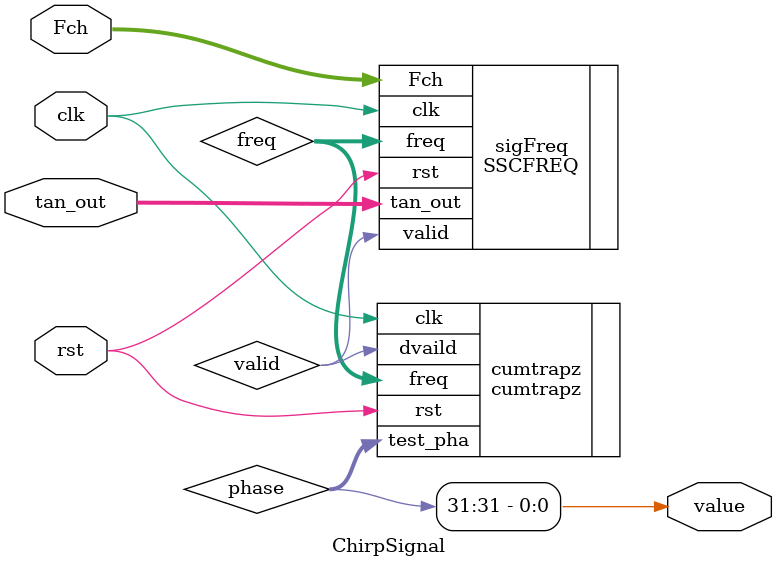
<source format=v>
`timescale 1ns / 1ps


module ChirpSignal(
	input clk,
	input rst,
	input [31:0] tan_out,
	input [31:0] Fch,
	output value
);

//wire [31:0] amp_offset;
//wire [31:0] sscfreq2_adj;
//assign sscfreq2_adj = 'h0;
//assign amp_offset = 'h3BCD97CE;  //num*pi/50e6
parameter N=32;

wire valid;
wire [N-1:0] freq;
SSCFREQ sigFreq(
	.clk(clk),
	.rst(rst),
	.tan_out(tan_out),
	.Fch(Fch),
	.freq(freq),
	.valid(valid)
);


wire [N-1:0] phase;
cumtrapz cumtrapz(
	.clk(clk),
	.rst(rst),
	.dvaild(valid),
	.freq(freq),
	.test_pha(phase)
);

assign value = phase[N-1];

//savefile savefile(
//	.clk(clk),
//	.rst(rst),
////	.signal_res(signal)
//	.signal_ssc(phase)
//);


endmodule


</source>
